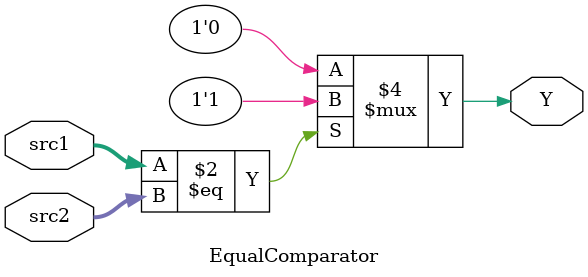
<source format=v>
`timescale 1ns / 1ps


module EqualComparator(
    input [31:0] src1, src2,
    output reg Y
);
    always@(*) begin
        if(src1 == src2)
            Y <= 1;
        else
            Y  <= 0;
    end
endmodule

</source>
